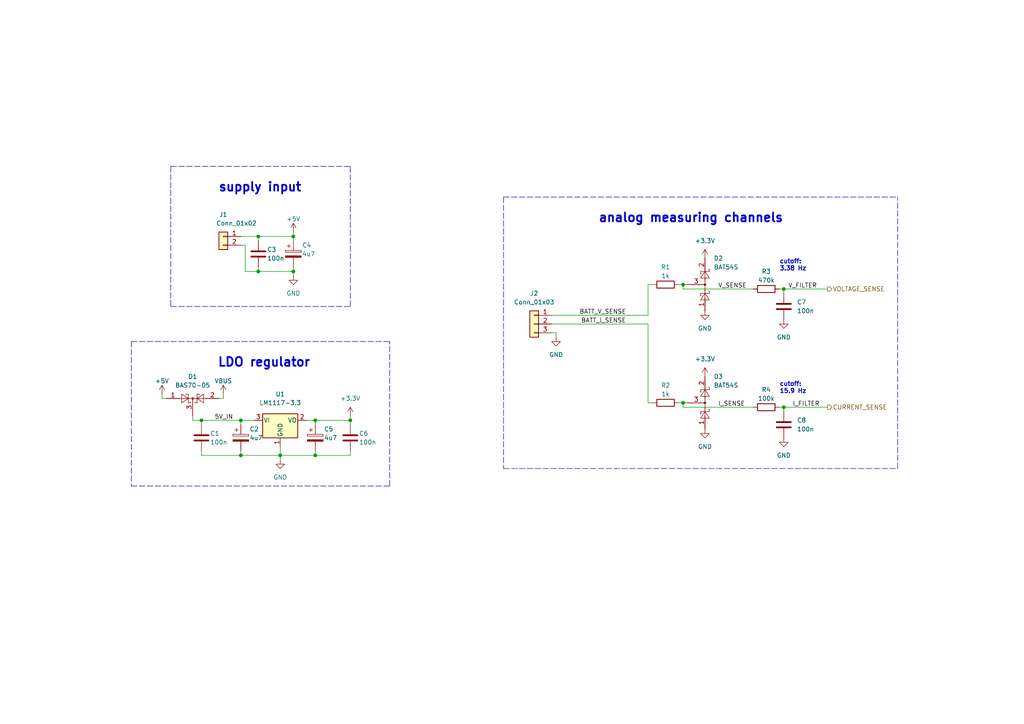
<source format=kicad_sch>
(kicad_sch (version 20211123) (generator eeschema)
  (paper "A4")
  (lib_symbols
    (symbol "Connector_Generic:Conn_01x02" (pin_names (offset 1.016) hide)
      (property "Reference" "J" (at 0 2.54 0))
      (property "Value" "Conn_01x02" (at 0 -5.08 0))
      (symbol "Conn_01x02_1_1"
        (rectangle (start -1.27 -2.413) (end 0 -2.667) (stroke (width 0.1524)))
        (rectangle (start -1.27 0.127) (end 0 -0.127) (stroke (width 0.1524)))
        (rectangle (start -1.27 1.27) (end 1.27 -3.81) (stroke (width 0.254)) (fill (type background)))
        (pin passive line (at -5.08 0 0) (length 3.81) (name "Pin_1") (number "1"))
        (pin passive line (at -5.08 -2.54 0) (length 3.81) (name "Pin_2") (number "2"))
      )
    )
    (symbol "Connector_Generic:Conn_01x03" (pin_names (offset 1.016) hide)
      (property "Reference" "J" (at 0 5.08 0))
      (property "Value" "Conn_01x03" (at 0 -5.08 0))
      (symbol "Conn_01x03_1_1"
        (rectangle (start -1.27 -2.413) (end 0 -2.667) (stroke (width 0.1524)))
        (rectangle (start -1.27 0.127) (end 0 -0.127) (stroke (width 0.1524)))
        (rectangle (start -1.27 2.667) (end 0 2.413) (stroke (width 0.1524)))
        (rectangle (start -1.27 3.81) (end 1.27 -3.81) (stroke (width 0.254)) (fill (type background)))
        (pin passive line (at -5.08 2.54 0) (length 3.81) (name "Pin_1") (number "1"))
        (pin passive line (at -5.08 0 0) (length 3.81) (name "Pin_2") (number "2"))
        (pin passive line (at -5.08 -2.54 0) (length 3.81) (name "Pin_3") (number "3"))
      )
    )
    (symbol "Device:C" (pin_numbers hide) (pin_names (offset 0.254))
      (property "Reference" "C" (at 0.635 2.54 0))
      (property "Value" "C" (at 0.635 -2.54 0))
      (symbol "C_0_1"
        (polyline (pts (xy -2.032 -0.762) (xy 2.032 -0.762)) (stroke (width 0.508)))
        (polyline (pts (xy -2.032 0.762) (xy 2.032 0.762)) (stroke (width 0.508)))
      )
      (symbol "C_1_1"
        (pin passive line (at 0 3.81 270) (length 2.794) (name "~") (number "1"))
        (pin passive line (at 0 -3.81 90) (length 2.794) (name "~") (number "2"))
      )
    )
    (symbol "Device:C_Polarized" (pin_numbers hide) (pin_names (offset 0.254))
      (property "Reference" "C" (at 0.635 2.54 0))
      (property "Value" "C_Polarized" (at 0.635 -2.54 0))
      (symbol "C_Polarized_0_1"
        (rectangle (start -2.286 0.508) (end 2.286 1.016))
        (polyline (pts (xy -1.778 2.286) (xy -0.762 2.286)))
        (polyline (pts (xy -1.27 2.794) (xy -1.27 1.778)))
        (rectangle (start 2.286 -0.508) (end -2.286 -1.016) (fill (type outline)))
      )
      (symbol "C_Polarized_1_1"
        (pin passive line (at 0 3.81 270) (length 2.794) (name "~") (number "1"))
        (pin passive line (at 0 -3.81 90) (length 2.794) (name "~") (number "2"))
      )
    )
    (symbol "Device:R" (pin_numbers hide) (pin_names (offset 0))
      (property "Reference" "R" (at 2.032 0 90))
      (property "Value" "R" (at 0 0 90))
      (symbol "R_0_1"
        (rectangle (start -1.016 -2.54) (end 1.016 2.54) (stroke (width 0.254)))
      )
      (symbol "R_1_1"
        (pin passive line (at 0 3.81 270) (length 1.27) (name "~") (number "1"))
        (pin passive line (at 0 -3.81 90) (length 1.27) (name "~") (number "2"))
      )
    )
    (symbol "Diode:BAT54C" (pin_names (offset 1.016))
      (property "Reference" "D" (at 0.635 -3.81 0))
      (property "Value" "BAT54C" (at -6.35 3.175 0))
      (symbol "BAT54C_0_1"
        (polyline (pts (xy -1.905 0) (xy 1.905 0)))
        (polyline (pts (xy -1.905 1.27) (xy -1.905 1.016)))
        (polyline (pts (xy -1.27 -1.27) (xy -0.635 -1.27)))
        (polyline (pts (xy -1.27 0) (xy -3.81 0)))
        (polyline (pts (xy -1.27 1.27) (xy -1.905 1.27)))
        (polyline (pts (xy -1.27 1.27) (xy -1.27 -1.27)))
        (polyline (pts (xy -0.635 -1.27) (xy -0.635 -1.016)))
        (polyline (pts (xy 0.635 -1.27) (xy 0.635 -1.016)))
        (polyline (pts (xy 1.27 -1.27) (xy 0.635 -1.27)))
        (polyline (pts (xy 1.27 1.27) (xy 1.27 -1.27)))
        (polyline (pts (xy 1.27 1.27) (xy 1.905 1.27)))
        (polyline (pts (xy 1.905 1.27) (xy 1.905 1.016)))
        (polyline (pts (xy 3.81 0) (xy 1.27 0)))
        (polyline (pts (xy -3.175 -1.27) (xy -3.175 1.27) (xy -1.27 0) (xy -3.175 -1.27)))
        (polyline (pts (xy 3.175 -1.27) (xy 3.175 1.27) (xy 1.27 0) (xy 3.175 -1.27)))
        (circle (center 0 0) (radius 0.254) (fill (type outline)))
      )
      (symbol "BAT54C_1_1"
        (pin passive line (at -7.62 0 0) (length 3.81) (name "~") (number "1"))
        (pin passive line (at 7.62 0 180) (length 3.81) (name "~") (number "2"))
        (pin passive line (at 0 -5.08 90) (length 5.08) (name "~") (number "3"))
      )
    )
    (symbol "Diode:BAT54S" (pin_names (offset 1.016))
      (property "Reference" "D" (at 0.635 -3.81 0))
      (property "Value" "BAT54S" (at -6.35 3.175 0))
      (symbol "BAT54S_0_1"
        (polyline (pts (xy -3.81 0) (xy -1.27 0)))
        (polyline (pts (xy -3.175 -1.27) (xy -3.175 -1.016)))
        (polyline (pts (xy -2.54 -1.27) (xy -3.175 -1.27)))
        (polyline (pts (xy -2.54 -1.27) (xy -2.54 1.27)))
        (polyline (pts (xy -2.54 1.27) (xy -1.905 1.27)))
        (polyline (pts (xy -1.905 0) (xy 1.905 0)))
        (polyline (pts (xy -1.905 1.27) (xy -1.905 1.016)))
        (polyline (pts (xy 1.27 0) (xy 3.81 0)))
        (polyline (pts (xy 3.175 -1.27) (xy 3.175 -1.016)))
        (polyline (pts (xy 3.81 -1.27) (xy 3.175 -1.27)))
        (polyline (pts (xy 3.81 -1.27) (xy 3.81 1.27)))
        (polyline (pts (xy 3.81 1.27) (xy 4.445 1.27)))
        (polyline (pts (xy 4.445 1.27) (xy 4.445 1.016)))
        (polyline (pts (xy -4.445 1.27) (xy -4.445 -1.27) (xy -2.54 0) (xy -4.445 1.27)))
        (polyline (pts (xy 1.905 1.27) (xy 1.905 -1.27) (xy 3.81 0) (xy 1.905 1.27)))
        (circle (center 0 0) (radius 0.254) (fill (type outline)))
      )
      (symbol "BAT54S_1_1"
        (pin passive line (at -7.62 0 0) (length 3.81) (name "~") (number "1"))
        (pin passive line (at 7.62 0 180) (length 3.81) (name "~") (number "2"))
        (pin passive line (at 0 -5.08 90) (length 5.08) (name "~") (number "3"))
      )
    )
    (symbol "Regulator_Linear:LM1117-3.3" (pin_names (offset 0.254))
      (property "Reference" "U" (at -3.81 3.175 0))
      (property "Value" "LM1117-3.3" (at 0 3.175 0))
      (symbol "LM1117-3.3_0_1"
        (rectangle (start -5.08 -5.08) (end 5.08 1.905) (stroke (width 0.254)) (fill (type background)))
      )
      (symbol "LM1117-3.3_1_1"
        (pin power_in line (at 0 -7.62 90) (length 2.54) (name "GND") (number "1"))
        (pin power_out line (at 7.62 0 180) (length 2.54) (name "VO") (number "2"))
        (pin power_in line (at -7.62 0 0) (length 2.54) (name "VI") (number "3"))
      )
    )
    (symbol "power:+3.3V" (power) (pin_names (offset 0))
      (property "Value" "+3.3V" (at 0 3.556 0))
      (symbol "+3.3V_0_1"
        (polyline (pts (xy -0.762 1.27) (xy 0 2.54)))
        (polyline (pts (xy 0 0) (xy 0 2.54)))
        (polyline (pts (xy 0 2.54) (xy 0.762 1.27)))
      )
      (symbol "+3.3V_1_1"
        (pin power_in line (at 0 0 90) (length 0) hide (name "+3.3V") (number "1"))
      )
    )
    (symbol "power:+5V" (power) (pin_names (offset 0))
      (property "Value" "+5V" (at 0 3.556 0))
      (symbol "+5V_0_1"
        (polyline (pts (xy -0.762 1.27) (xy 0 2.54)))
        (polyline (pts (xy 0 0) (xy 0 2.54)))
        (polyline (pts (xy 0 2.54) (xy 0.762 1.27)))
      )
      (symbol "+5V_1_1"
        (pin power_in line (at 0 0 90) (length 0) hide (name "+5V") (number "1"))
      )
    )
    (symbol "power:GND" (power) (pin_names (offset 0))
      (property "Value" "GND" (at 0 -3.81 0))
      (symbol "GND_0_1"
        (polyline (pts (xy 0 0) (xy 0 -1.27) (xy 1.27 -1.27) (xy 0 -2.54) (xy -1.27 -1.27) (xy 0 -1.27)))
      )
      (symbol "GND_1_1"
        (pin power_in line (at 0 0 270) (length 0) hide (name "GND") (number "1"))
      )
    )
    (symbol "power:VBUS" (power) (pin_names (offset 0))
      (property "Value" "VBUS" (at 0 3.81 0))
      (symbol "VBUS_0_1"
        (polyline (pts (xy -0.762 1.27) (xy 0 2.54)))
        (polyline (pts (xy 0 0) (xy 0 2.54)))
        (polyline (pts (xy 0 2.54) (xy 0.762 1.27)))
      )
      (symbol "VBUS_1_1"
        (pin power_in line (at 0 0 90) (length 0) hide (name "VBUS") (number "1"))
      )
    )
  )
  (junction (at 227.33 83.82))
  (junction (at 91.44 132.08))
  (junction (at 74.93 68.58))
  (junction (at 198.12 82.55))
  (junction (at 58.42 121.92))
  (junction (at 198.12 116.84))
  (junction (at 81.28 132.08))
  (junction (at 85.09 68.58))
  (junction (at 74.93 78.74))
  (junction (at 91.44 121.92))
  (junction (at 85.09 78.74))
  (junction (at 69.85 132.08))
  (junction (at 101.6 121.92))
  (junction (at 227.33 118.11))
  (junction (at 69.85 121.92))
  (wire (pts (xy 227.33 118.11) (xy 227.33 119.38)))
  (wire (pts (xy 69.85 121.92) (xy 73.66 121.92)))
  (wire (pts (xy 46.99 115.57) (xy 46.99 114.3)))
  (wire (pts (xy 198.12 83.82) (xy 198.12 82.55)))
  (wire (pts (xy 74.93 78.74) (xy 71.12 78.74)))
  (wire (pts (xy 85.09 78.74) (xy 74.93 78.74)))
  (wire (pts (xy 88.9 121.92) (xy 91.44 121.92)))
  (wire (pts (xy 226.06 118.11) (xy 227.33 118.11)))
  (wire (pts (xy 74.93 77.47) (xy 74.93 78.74)))
  (wire (pts (xy 101.6 132.08) (xy 101.6 130.81)))
  (wire (pts (xy 226.06 83.82) (xy 227.33 83.82)))
  (wire (pts (xy 227.33 83.82) (xy 227.33 85.09)))
  (wire (pts (xy 48.26 115.57) (xy 46.99 115.57)))
  (wire (pts (xy 81.28 132.08) (xy 81.28 133.35)))
  (wire (pts (xy 64.77 115.57) (xy 64.77 114.3)))
  (wire (pts (xy 71.12 78.74) (xy 71.12 71.12)))
  (wire (pts (xy 69.85 130.81) (xy 69.85 132.08)))
  (wire (pts (xy 91.44 121.92) (xy 91.44 123.19)))
  (polyline (pts (xy 49.53 88.9) (xy 101.6 88.9)))
  (wire (pts (xy 187.96 116.84) (xy 189.23 116.84)))
  (wire (pts (xy 85.09 68.58) (xy 85.09 69.85)))
  (wire (pts (xy 81.28 132.08) (xy 91.44 132.08)))
  (polyline (pts (xy 260.35 135.89) (xy 260.35 57.15)))
  (wire (pts (xy 187.96 93.98) (xy 160.02 93.98)))
  (wire (pts (xy 58.42 121.92) (xy 69.85 121.92)))
  (wire (pts (xy 58.42 121.92) (xy 58.42 123.19)))
  (polyline (pts (xy 49.53 48.26) (xy 49.53 88.9)))
  (wire (pts (xy 74.93 68.58) (xy 74.93 69.85)))
  (polyline (pts (xy 38.1 140.97) (xy 113.03 140.97)))
  (wire (pts (xy 81.28 129.54) (xy 81.28 132.08)))
  (polyline (pts (xy 38.1 99.06) (xy 113.03 99.06)))
  (wire (pts (xy 187.96 82.55) (xy 187.96 91.44)))
  (wire (pts (xy 161.29 96.52) (xy 160.02 96.52)))
  (wire (pts (xy 187.96 91.44) (xy 160.02 91.44)))
  (wire (pts (xy 227.33 118.11) (xy 240.03 118.11)))
  (wire (pts (xy 227.33 83.82) (xy 240.03 83.82)))
  (wire (pts (xy 69.85 121.92) (xy 69.85 123.19)))
  (polyline (pts (xy 146.05 135.89) (xy 260.35 135.89)))
  (wire (pts (xy 85.09 80.01) (xy 85.09 78.74)))
  (wire (pts (xy 91.44 132.08) (xy 101.6 132.08)))
  (wire (pts (xy 198.12 118.11) (xy 198.12 116.84)))
  (wire (pts (xy 85.09 77.47) (xy 85.09 78.74)))
  (wire (pts (xy 196.85 82.55) (xy 198.12 82.55)))
  (polyline (pts (xy 101.6 88.9) (xy 101.6 48.26)))
  (wire (pts (xy 58.42 130.81) (xy 58.42 132.08)))
  (wire (pts (xy 196.85 116.84) (xy 198.12 116.84)))
  (wire (pts (xy 55.88 121.92) (xy 58.42 121.92)))
  (polyline (pts (xy 49.53 48.26) (xy 101.6 48.26)))
  (wire (pts (xy 69.85 71.12) (xy 71.12 71.12)))
  (wire (pts (xy 198.12 82.55) (xy 199.39 82.55)))
  (wire (pts (xy 55.88 120.65) (xy 55.88 121.92)))
  (wire (pts (xy 187.96 116.84) (xy 187.96 93.98)))
  (polyline (pts (xy 146.05 57.15) (xy 260.35 57.15)))
  (wire (pts (xy 161.29 97.79) (xy 161.29 96.52)))
  (polyline (pts (xy 113.03 140.97) (xy 113.03 99.06)))
  (wire (pts (xy 74.93 68.58) (xy 85.09 68.58)))
  (wire (pts (xy 69.85 132.08) (xy 81.28 132.08)))
  (wire (pts (xy 63.5 115.57) (xy 64.77 115.57)))
  (polyline (pts (xy 38.1 99.06) (xy 38.1 140.97)))
  (wire (pts (xy 69.85 68.58) (xy 74.93 68.58)))
  (wire (pts (xy 91.44 121.92) (xy 101.6 121.92)))
  (wire (pts (xy 198.12 116.84) (xy 199.39 116.84)))
  (wire (pts (xy 58.42 132.08) (xy 69.85 132.08)))
  (wire (pts (xy 85.09 67.31) (xy 85.09 68.58)))
  (wire (pts (xy 218.44 118.11) (xy 198.12 118.11)))
  (polyline (pts (xy 146.05 57.15) (xy 146.05 135.89)))
  (wire (pts (xy 101.6 120.65) (xy 101.6 121.92)))
  (wire (pts (xy 101.6 121.92) (xy 101.6 123.19)))
  (wire (pts (xy 218.44 83.82) (xy 198.12 83.82)))
  (wire (pts (xy 91.44 132.08) (xy 91.44 130.81)))
  (wire (pts (xy 187.96 82.55) (xy 189.23 82.55)))
  (text "supply input" (at 87.63 55.88 180) (effects (font (size 2.54 2.54) (thickness 0.508) bold) (justify right bottom)))
  (text "LDO regulator" (at 90.17 106.68 180) (effects (font (size 2.54 2.54) (thickness 0.508) bold) (justify right bottom)))
  (text "cutoff:\n3.38 Hz" (at 226.06 78.74 0) (effects (font (size 1.27 1.27) (thickness 0.254) bold) (justify left bottom)))
  (text "cutoff:\n15.9 Hz" (at 226.06 114.3 0) (effects (font (size 1.27 1.27) (thickness 0.254) bold) (justify left bottom)))
  (text "analog measuring channels" (at 227.33 64.77 180) (effects (font (size 2.54 2.54) (thickness 0.508) bold) (justify right bottom)))
  (label "5V_IN" (at 62.23 121.92 0))
  (label "V_SENSE" (at 208.28 83.82 0))
  (label "I_FILTER" (at 229.87 118.11 0))
  (label "V_FILTER" (at 228.6 83.82 0))
  (label "I_SENSE" (at 208.28 118.11 0))
  (label "BATT_V_SENSE" (at 181.61 91.44 180))
  (label "BATT_I_SENSE" (at 181.61 93.98 180))
  (hierarchical_label "CURRENT_SENSE" (shape output) (at 240.03 118.11 0))
  (hierarchical_label "VOLTAGE_SENSE" (shape output) (at 240.03 83.82 0))
  (symbol (lib_id "Device:C") (at 227.33 88.9 0) (unit 1)
    (property "Reference" "C7" (at 231.14 87.63 0) (effects (justify left)))
    (property "Value" "100n" (at 231.14 90.17 0) (effects (justify left)))
    (property "Footprint" "Capacitor_SMD:C_0603_1608Metric" (effects hide))
  )
  (symbol (lib_id "Device:C") (at 74.93 73.66 0) (unit 1)
    (property "Reference" "C3" (at 77.47 72.39 0) (effects (justify left)))
    (property "Value" "100n" (at 77.47 74.93 0) (effects (justify left)))
    (property "Footprint" "Capacitor_SMD:C_0603_1608Metric" (effects hide))
  )
  (symbol (lib_id "Device:R") (at 222.25 83.82 90) (unit 1)
    (property "Reference" "R3" (at 222.25 78.74 90))
    (property "Value" "470k" (at 222.25 81.28 90))
    (property "Footprint" "Resistor_SMD:R_0603_1608Metric" (effects hide))
  )
  (symbol (lib_id "power:GND") (at 81.28 133.35 0) (unit 1)
    (property "Reference" "#PWR03" (effects hide))
    (property "Value" "GND" (at 81.28 138.43 0))
  )
  (symbol (lib_id "Diode:BAT54S") (at 204.47 82.55 270) (mirror x) (unit 1)
    (property "Reference" "D2" (at 207.01 74.93 90) (effects (justify left)))
    (property "Value" "BAT54S" (at 207.01 77.47 90) (effects (justify left)))
    (property "Footprint" "Package_TO_SOT_SMD:SOT-23" (effects hide))
    (property "Datasheet" "https://www.diodes.com/assets/Datasheets/ds11005.pdf" (effects hide))
  )
  (symbol (lib_id "Device:C") (at 227.33 123.19 0) (unit 1)
    (property "Reference" "C8" (at 231.14 121.92 0) (effects (justify left)))
    (property "Value" "100n" (at 231.14 124.46 0) (effects (justify left)))
    (property "Footprint" "Capacitor_SMD:C_0603_1608Metric" (effects hide))
  )
  (symbol (lib_id "Connector_Generic:Conn_01x02") (at 64.77 68.58 0) (mirror y) (unit 1)
    (property "Reference" "J1" (at 64.77 62.23 0))
    (property "Value" "Conn_01x02" (at 68.58 64.77 0))
    (property "Footprint" "goose:tht_pin_01x02" (effects hide))
  )
  (symbol (lib_id "power:GND") (at 85.09 80.01 0) (unit 1)
    (property "Reference" "#PWR05" (effects hide))
    (property "Value" "GND" (at 85.09 85.09 0))
  )
  (symbol (lib_id "Device:R") (at 222.25 118.11 90) (unit 1)
    (property "Reference" "R4" (at 222.25 113.03 90))
    (property "Value" "100k" (at 222.25 115.57 90))
    (property "Footprint" "Resistor_SMD:R_0603_1608Metric" (effects hide))
  )
  (symbol (lib_id "power:+3.3V") (at 204.47 109.22 0) (unit 1)
    (property "Reference" "#PWR010" (effects hide))
    (property "Value" "+3.3V" (at 204.47 104.14 0))
  )
  (symbol (lib_id "Diode:BAT54C") (at 55.88 115.57 0) (unit 1)
    (property "Reference" "D1" (at 55.88 109.22 0))
    (property "Value" "BAS70-05" (at 55.88 111.76 0))
    (property "Footprint" "Package_TO_SOT_SMD:SOT-23" (effects hide))
    (property "Datasheet" "http://www.diodes.com/_files/datasheets/ds11005.pdf" (effects hide))
  )
  (symbol (lib_id "power:+5V") (at 85.09 67.31 0) (unit 1)
    (property "Reference" "#PWR04" (effects hide))
    (property "Value" "+5V" (at 85.09 63.5 0))
  )
  (symbol (lib_id "power:GND") (at 161.29 97.79 0) (unit 1)
    (property "Reference" "#PWR07" (effects hide))
    (property "Value" "GND" (at 161.29 102.87 0))
  )
  (symbol (lib_id "power:GND") (at 204.47 90.17 0) (unit 1)
    (property "Reference" "#PWR09" (effects hide))
    (property "Value" "GND" (at 204.47 95.25 0))
  )
  (symbol (lib_id "power:GND") (at 204.47 124.46 0) (unit 1)
    (property "Reference" "#PWR011" (effects hide))
    (property "Value" "GND" (at 204.47 129.54 0))
  )
  (symbol (lib_id "Device:C_Polarized") (at 69.85 127 0) (unit 1)
    (property "Reference" "C2" (at 72.39 124.46 0) (effects (justify left)))
    (property "Value" "4u7" (at 72.39 127 0) (effects (justify left)))
    (property "Footprint" "Capacitor_Tantalum_SMD:CP_EIA-3216-18_Kemet-A" (effects hide))
  )
  (symbol (lib_id "power:+3.3V") (at 101.6 120.65 0) (unit 1)
    (property "Reference" "#PWR06" (effects hide))
    (property "Value" "+3.3V" (at 101.6 115.57 0))
  )
  (symbol (lib_id "Device:C_Polarized") (at 91.44 127 0) (unit 1)
    (property "Reference" "C5" (at 93.98 124.46 0) (effects (justify left)))
    (property "Value" "4u7" (at 93.98 127 0) (effects (justify left)))
    (property "Footprint" "Capacitor_Tantalum_SMD:CP_EIA-3216-18_Kemet-A" (effects hide))
  )
  (symbol (lib_id "Diode:BAT54S") (at 204.47 116.84 270) (mirror x) (unit 1)
    (property "Reference" "D3" (at 207.01 109.22 90) (effects (justify left)))
    (property "Value" "BAT54S" (at 207.01 111.76 90) (effects (justify left)))
    (property "Footprint" "Package_TO_SOT_SMD:SOT-23" (effects hide))
    (property "Datasheet" "https://www.diodes.com/assets/Datasheets/ds11005.pdf" (effects hide))
  )
  (symbol (lib_id "Device:R") (at 193.04 82.55 90) (unit 1)
    (property "Reference" "R1" (at 193.04 77.47 90))
    (property "Value" "1k" (at 193.04 80.01 90))
    (property "Footprint" "Resistor_SMD:R_0603_1608Metric" (effects hide))
  )
  (symbol (lib_id "Device:C") (at 101.6 127 0) (unit 1)
    (property "Reference" "C6" (at 104.14 125.73 0) (effects (justify left)))
    (property "Value" "100n" (at 104.14 128.27 0) (effects (justify left)))
    (property "Footprint" "Capacitor_SMD:C_0603_1608Metric" (effects hide))
  )
  (symbol (lib_id "Connector_Generic:Conn_01x03") (at 154.94 93.98 0) (mirror y) (unit 1)
    (property "Reference" "J2" (at 154.94 85.09 0))
    (property "Value" "Conn_01x03" (at 154.94 87.63 0))
    (property "Footprint" "goose:tht_pin_01x03" (effects hide))
  )
  (symbol (lib_id "power:+5V") (at 46.99 114.3 0) (unit 1)
    (property "Reference" "#PWR02" (effects hide))
    (property "Value" "+5V" (at 46.99 110.49 0))
  )
  (symbol (lib_id "Device:C_Polarized") (at 85.09 73.66 0) (unit 1)
    (property "Reference" "C4" (at 87.63 71.12 0) (effects (justify left)))
    (property "Value" "4u7" (at 87.63 73.66 0) (effects (justify left)))
    (property "Footprint" "Capacitor_Tantalum_SMD:CP_EIA-3216-18_Kemet-A" (effects hide))
  )
  (symbol (lib_id "power:VBUS") (at 64.77 114.3 0) (unit 1)
    (property "Reference" "#PWR01" (effects hide))
    (property "Value" "VBUS" (at 64.77 110.49 0))
  )
  (symbol (lib_id "Regulator_Linear:LM1117-3.3") (at 81.28 121.92 0) (unit 1)
    (property "Reference" "U1" (at 81.28 114.3 0))
    (property "Value" "LM1117-3.3" (at 81.28 116.84 0))
    (property "Footprint" "Package_TO_SOT_SMD:SOT-223-3_TabPin2" (effects hide))
    (property "Datasheet" "http://www.ti.com/lit/ds/symlink/lm1117.pdf" (effects hide))
  )
  (symbol (lib_id "power:+3.3V") (at 204.47 74.93 0) (unit 1)
    (property "Reference" "#PWR08" (effects hide))
    (property "Value" "+3.3V" (at 204.47 69.85 0))
  )
  (symbol (lib_id "power:GND") (at 227.33 127 0) (unit 1)
    (property "Reference" "#PWR013" (effects hide))
    (property "Value" "GND" (at 227.33 132.08 0))
  )
  (symbol (lib_id "power:GND") (at 227.33 92.71 0) (unit 1)
    (property "Reference" "#PWR012" (effects hide))
    (property "Value" "GND" (at 227.33 97.79 0))
  )
  (symbol (lib_id "Device:C") (at 58.42 127 0) (unit 1)
    (property "Reference" "C1" (at 60.96 125.73 0) (effects (justify left)))
    (property "Value" "100n" (at 60.96 128.27 0) (effects (justify left)))
    (property "Footprint" "Capacitor_SMD:C_0603_1608Metric" (effects hide))
  )
  (symbol (lib_id "Device:R") (at 193.04 116.84 90) (unit 1)
    (property "Reference" "R2" (at 193.04 111.76 90))
    (property "Value" "1k" (at 193.04 114.3 90))
    (property "Footprint" "Resistor_SMD:R_0603_1608Metric" (effects hide))
  )
)
</source>
